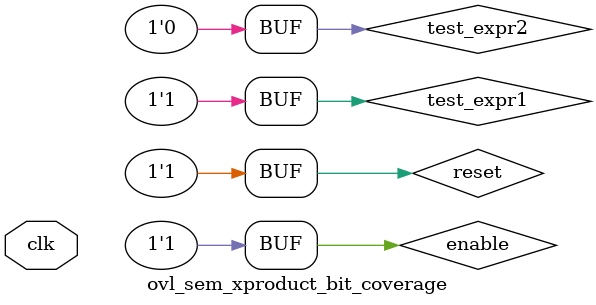
<source format=sv>
module ovl_sem_xproduct_bit_coverage(input logic clk);
  logic reset = 1'b1;
  logic enable = 1'b1;
`ifdef FAIL
  localparam int cov_check = 1;
  logic test_expr1 = 1'b1;
  logic test_expr2 = 1'b1;
`else
  localparam int cov_check = 0;
  logic test_expr1 = 1'b1;
  logic test_expr2 = 1'b0;
`endif

  ovl_xproduct_bit_coverage #(
      .width1(1),
      .width2(1),
      .test_expr2_enable(1),
      .coverage_check(cov_check)) dut (
      .clock(clk),
      .reset(reset),
      .enable(enable),
      .test_expr1(test_expr1),
      .test_expr2(test_expr2),
      .fire());
endmodule

</source>
